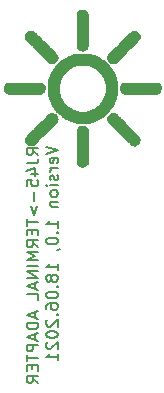
<source format=gbr>
%TF.GenerationSoftware,KiCad,Pcbnew,(5.1.9-0-10_14)*%
%TF.CreationDate,2021-06-18T10:34:29+02:00*%
%TF.ProjectId,RJ45-Terminalblock-Adapter,524a3435-2d54-4657-926d-696e616c626c,rev?*%
%TF.SameCoordinates,Original*%
%TF.FileFunction,Legend,Bot*%
%TF.FilePolarity,Positive*%
%FSLAX46Y46*%
G04 Gerber Fmt 4.6, Leading zero omitted, Abs format (unit mm)*
G04 Created by KiCad (PCBNEW (5.1.9-0-10_14)) date 2021-06-18 10:34:29*
%MOMM*%
%LPD*%
G01*
G04 APERTURE LIST*
%ADD10C,0.150000*%
%ADD11C,0.010000*%
G04 APERTURE END LIST*
D10*
X78176880Y-28529523D02*
X77700690Y-28196190D01*
X78176880Y-27958095D02*
X77176880Y-27958095D01*
X77176880Y-28339047D01*
X77224500Y-28434285D01*
X77272119Y-28481904D01*
X77367357Y-28529523D01*
X77510214Y-28529523D01*
X77605452Y-28481904D01*
X77653071Y-28434285D01*
X77700690Y-28339047D01*
X77700690Y-27958095D01*
X77176880Y-29243809D02*
X77891166Y-29243809D01*
X78034023Y-29196190D01*
X78129261Y-29100952D01*
X78176880Y-28958095D01*
X78176880Y-28862857D01*
X77510214Y-30148571D02*
X78176880Y-30148571D01*
X77129261Y-29910476D02*
X77843547Y-29672380D01*
X77843547Y-30291428D01*
X77176880Y-31148571D02*
X77176880Y-30672380D01*
X77653071Y-30624761D01*
X77605452Y-30672380D01*
X77557833Y-30767619D01*
X77557833Y-31005714D01*
X77605452Y-31100952D01*
X77653071Y-31148571D01*
X77748309Y-31196190D01*
X77986404Y-31196190D01*
X78081642Y-31148571D01*
X78129261Y-31100952D01*
X78176880Y-31005714D01*
X78176880Y-30767619D01*
X78129261Y-30672380D01*
X78081642Y-30624761D01*
X77795928Y-31624761D02*
X77795928Y-32386666D01*
X77510214Y-32862857D02*
X77795928Y-33624761D01*
X78081642Y-32862857D01*
X77176880Y-33958095D02*
X77176880Y-34529523D01*
X78176880Y-34243809D02*
X77176880Y-34243809D01*
X77653071Y-34862857D02*
X77653071Y-35196190D01*
X78176880Y-35339047D02*
X78176880Y-34862857D01*
X77176880Y-34862857D01*
X77176880Y-35339047D01*
X78176880Y-36339047D02*
X77700690Y-36005714D01*
X78176880Y-35767619D02*
X77176880Y-35767619D01*
X77176880Y-36148571D01*
X77224500Y-36243809D01*
X77272119Y-36291428D01*
X77367357Y-36339047D01*
X77510214Y-36339047D01*
X77605452Y-36291428D01*
X77653071Y-36243809D01*
X77700690Y-36148571D01*
X77700690Y-35767619D01*
X78176880Y-36767619D02*
X77176880Y-36767619D01*
X77891166Y-37100952D01*
X77176880Y-37434285D01*
X78176880Y-37434285D01*
X78176880Y-37910476D02*
X77176880Y-37910476D01*
X78176880Y-38386666D02*
X77176880Y-38386666D01*
X78176880Y-38958095D01*
X77176880Y-38958095D01*
X77891166Y-39386666D02*
X77891166Y-39862857D01*
X78176880Y-39291428D02*
X77176880Y-39624761D01*
X78176880Y-39958095D01*
X78176880Y-40767619D02*
X78176880Y-40291428D01*
X77176880Y-40291428D01*
X77891166Y-41815238D02*
X77891166Y-42291428D01*
X78176880Y-41719999D02*
X77176880Y-42053333D01*
X78176880Y-42386666D01*
X78176880Y-42719999D02*
X77176880Y-42719999D01*
X77176880Y-42958095D01*
X77224500Y-43100952D01*
X77319738Y-43196190D01*
X77414976Y-43243809D01*
X77605452Y-43291428D01*
X77748309Y-43291428D01*
X77938785Y-43243809D01*
X78034023Y-43196190D01*
X78129261Y-43100952D01*
X78176880Y-42958095D01*
X78176880Y-42719999D01*
X77891166Y-43672380D02*
X77891166Y-44148571D01*
X78176880Y-43577142D02*
X77176880Y-43910476D01*
X78176880Y-44243809D01*
X78176880Y-44577142D02*
X77176880Y-44577142D01*
X77176880Y-44958095D01*
X77224500Y-45053333D01*
X77272119Y-45100952D01*
X77367357Y-45148571D01*
X77510214Y-45148571D01*
X77605452Y-45100952D01*
X77653071Y-45053333D01*
X77700690Y-44958095D01*
X77700690Y-44577142D01*
X77176880Y-45434285D02*
X77176880Y-46005714D01*
X78176880Y-45719999D02*
X77176880Y-45719999D01*
X77653071Y-46339047D02*
X77653071Y-46672380D01*
X78176880Y-46815238D02*
X78176880Y-46339047D01*
X77176880Y-46339047D01*
X77176880Y-46815238D01*
X78176880Y-47815238D02*
X77700690Y-47481904D01*
X78176880Y-47243809D02*
X77176880Y-47243809D01*
X77176880Y-47624761D01*
X77224500Y-47719999D01*
X77272119Y-47767619D01*
X77367357Y-47815238D01*
X77510214Y-47815238D01*
X77605452Y-47767619D01*
X77653071Y-47719999D01*
X77700690Y-47624761D01*
X77700690Y-47243809D01*
X78826880Y-27815238D02*
X79826880Y-28148571D01*
X78826880Y-28481904D01*
X79779261Y-29196190D02*
X79826880Y-29100952D01*
X79826880Y-28910476D01*
X79779261Y-28815238D01*
X79684023Y-28767619D01*
X79303071Y-28767619D01*
X79207833Y-28815238D01*
X79160214Y-28910476D01*
X79160214Y-29100952D01*
X79207833Y-29196190D01*
X79303071Y-29243809D01*
X79398309Y-29243809D01*
X79493547Y-28767619D01*
X79826880Y-29672380D02*
X79160214Y-29672380D01*
X79350690Y-29672380D02*
X79255452Y-29720000D01*
X79207833Y-29767619D01*
X79160214Y-29862857D01*
X79160214Y-29958095D01*
X79779261Y-30243809D02*
X79826880Y-30339047D01*
X79826880Y-30529523D01*
X79779261Y-30624761D01*
X79684023Y-30672380D01*
X79636404Y-30672380D01*
X79541166Y-30624761D01*
X79493547Y-30529523D01*
X79493547Y-30386666D01*
X79445928Y-30291428D01*
X79350690Y-30243809D01*
X79303071Y-30243809D01*
X79207833Y-30291428D01*
X79160214Y-30386666D01*
X79160214Y-30529523D01*
X79207833Y-30624761D01*
X79826880Y-31100952D02*
X79160214Y-31100952D01*
X78826880Y-31100952D02*
X78874500Y-31053333D01*
X78922119Y-31100952D01*
X78874500Y-31148571D01*
X78826880Y-31100952D01*
X78922119Y-31100952D01*
X79826880Y-31720000D02*
X79779261Y-31624761D01*
X79731642Y-31577142D01*
X79636404Y-31529523D01*
X79350690Y-31529523D01*
X79255452Y-31577142D01*
X79207833Y-31624761D01*
X79160214Y-31720000D01*
X79160214Y-31862857D01*
X79207833Y-31958095D01*
X79255452Y-32005714D01*
X79350690Y-32053333D01*
X79636404Y-32053333D01*
X79731642Y-32005714D01*
X79779261Y-31958095D01*
X79826880Y-31862857D01*
X79826880Y-31720000D01*
X79160214Y-32481904D02*
X79826880Y-32481904D01*
X79255452Y-32481904D02*
X79207833Y-32529523D01*
X79160214Y-32624761D01*
X79160214Y-32767619D01*
X79207833Y-32862857D01*
X79303071Y-32910476D01*
X79826880Y-32910476D01*
X79826880Y-34672380D02*
X79826880Y-34100952D01*
X79826880Y-34386666D02*
X78826880Y-34386666D01*
X78969738Y-34291428D01*
X79064976Y-34196190D01*
X79112595Y-34100952D01*
X79731642Y-35100952D02*
X79779261Y-35148571D01*
X79826880Y-35100952D01*
X79779261Y-35053333D01*
X79731642Y-35100952D01*
X79826880Y-35100952D01*
X78826880Y-35767619D02*
X78826880Y-35862857D01*
X78874500Y-35958095D01*
X78922119Y-36005714D01*
X79017357Y-36053333D01*
X79207833Y-36100952D01*
X79445928Y-36100952D01*
X79636404Y-36053333D01*
X79731642Y-36005714D01*
X79779261Y-35958095D01*
X79826880Y-35862857D01*
X79826880Y-35767619D01*
X79779261Y-35672380D01*
X79731642Y-35624761D01*
X79636404Y-35577142D01*
X79445928Y-35529523D01*
X79207833Y-35529523D01*
X79017357Y-35577142D01*
X78922119Y-35624761D01*
X78874500Y-35672380D01*
X78826880Y-35767619D01*
X79779261Y-36577142D02*
X79826880Y-36577142D01*
X79922119Y-36529523D01*
X79969738Y-36481904D01*
X79826880Y-38291428D02*
X79826880Y-37720000D01*
X79826880Y-38005714D02*
X78826880Y-38005714D01*
X78969738Y-37910476D01*
X79064976Y-37815238D01*
X79112595Y-37720000D01*
X79255452Y-38862857D02*
X79207833Y-38767619D01*
X79160214Y-38720000D01*
X79064976Y-38672380D01*
X79017357Y-38672380D01*
X78922119Y-38720000D01*
X78874500Y-38767619D01*
X78826880Y-38862857D01*
X78826880Y-39053333D01*
X78874500Y-39148571D01*
X78922119Y-39196190D01*
X79017357Y-39243809D01*
X79064976Y-39243809D01*
X79160214Y-39196190D01*
X79207833Y-39148571D01*
X79255452Y-39053333D01*
X79255452Y-38862857D01*
X79303071Y-38767619D01*
X79350690Y-38720000D01*
X79445928Y-38672380D01*
X79636404Y-38672380D01*
X79731642Y-38720000D01*
X79779261Y-38767619D01*
X79826880Y-38862857D01*
X79826880Y-39053333D01*
X79779261Y-39148571D01*
X79731642Y-39196190D01*
X79636404Y-39243809D01*
X79445928Y-39243809D01*
X79350690Y-39196190D01*
X79303071Y-39148571D01*
X79255452Y-39053333D01*
X79731642Y-39672380D02*
X79779261Y-39720000D01*
X79826880Y-39672380D01*
X79779261Y-39624761D01*
X79731642Y-39672380D01*
X79826880Y-39672380D01*
X78826880Y-40339047D02*
X78826880Y-40434285D01*
X78874500Y-40529523D01*
X78922119Y-40577142D01*
X79017357Y-40624761D01*
X79207833Y-40672380D01*
X79445928Y-40672380D01*
X79636404Y-40624761D01*
X79731642Y-40577142D01*
X79779261Y-40529523D01*
X79826880Y-40434285D01*
X79826880Y-40339047D01*
X79779261Y-40243809D01*
X79731642Y-40196190D01*
X79636404Y-40148571D01*
X79445928Y-40100952D01*
X79207833Y-40100952D01*
X79017357Y-40148571D01*
X78922119Y-40196190D01*
X78874500Y-40243809D01*
X78826880Y-40339047D01*
X78826880Y-41529523D02*
X78826880Y-41339047D01*
X78874500Y-41243809D01*
X78922119Y-41196190D01*
X79064976Y-41100952D01*
X79255452Y-41053333D01*
X79636404Y-41053333D01*
X79731642Y-41100952D01*
X79779261Y-41148571D01*
X79826880Y-41243809D01*
X79826880Y-41434285D01*
X79779261Y-41529523D01*
X79731642Y-41577142D01*
X79636404Y-41624761D01*
X79398309Y-41624761D01*
X79303071Y-41577142D01*
X79255452Y-41529523D01*
X79207833Y-41434285D01*
X79207833Y-41243809D01*
X79255452Y-41148571D01*
X79303071Y-41100952D01*
X79398309Y-41053333D01*
X79731642Y-42053333D02*
X79779261Y-42100952D01*
X79826880Y-42053333D01*
X79779261Y-42005714D01*
X79731642Y-42053333D01*
X79826880Y-42053333D01*
X78922119Y-42481904D02*
X78874500Y-42529523D01*
X78826880Y-42624761D01*
X78826880Y-42862857D01*
X78874500Y-42958095D01*
X78922119Y-43005714D01*
X79017357Y-43053333D01*
X79112595Y-43053333D01*
X79255452Y-43005714D01*
X79826880Y-42434285D01*
X79826880Y-43053333D01*
X78826880Y-43672380D02*
X78826880Y-43767619D01*
X78874500Y-43862857D01*
X78922119Y-43910476D01*
X79017357Y-43958095D01*
X79207833Y-44005714D01*
X79445928Y-44005714D01*
X79636404Y-43958095D01*
X79731642Y-43910476D01*
X79779261Y-43862857D01*
X79826880Y-43767619D01*
X79826880Y-43672380D01*
X79779261Y-43577142D01*
X79731642Y-43529523D01*
X79636404Y-43481904D01*
X79445928Y-43434285D01*
X79207833Y-43434285D01*
X79017357Y-43481904D01*
X78922119Y-43529523D01*
X78874500Y-43577142D01*
X78826880Y-43672380D01*
X78922119Y-44386666D02*
X78874500Y-44434285D01*
X78826880Y-44529523D01*
X78826880Y-44767619D01*
X78874500Y-44862857D01*
X78922119Y-44910476D01*
X79017357Y-44958095D01*
X79112595Y-44958095D01*
X79255452Y-44910476D01*
X79826880Y-44339047D01*
X79826880Y-44958095D01*
X79826880Y-45910476D02*
X79826880Y-45339047D01*
X79826880Y-45624761D02*
X78826880Y-45624761D01*
X78969738Y-45529523D01*
X79064976Y-45434285D01*
X79112595Y-45339047D01*
D11*
%TO.C,G\u002A\u002A\u002A*%
G36*
X81922362Y-19697520D02*
G01*
X82005368Y-19673991D01*
X82123339Y-19631255D01*
X82203538Y-19584922D01*
X82263648Y-19520872D01*
X82321349Y-19424982D01*
X82324448Y-19419175D01*
X82394778Y-19286902D01*
X82394778Y-16613986D01*
X82320607Y-16471025D01*
X82268541Y-16387199D01*
X82215291Y-16327407D01*
X82186552Y-16309395D01*
X82132598Y-16285532D01*
X82112556Y-16269074D01*
X82075401Y-16251783D01*
X82000296Y-16238038D01*
X81905707Y-16229688D01*
X81810105Y-16228580D01*
X81752723Y-16233068D01*
X81690306Y-16248101D01*
X81661265Y-16268094D01*
X81661000Y-16269997D01*
X81637782Y-16297352D01*
X81605957Y-16311999D01*
X81555718Y-16346546D01*
X81501965Y-16409517D01*
X81492329Y-16424261D01*
X81479352Y-16446511D01*
X81468479Y-16470903D01*
X81459554Y-16502254D01*
X81452420Y-16545380D01*
X81446921Y-16605100D01*
X81442900Y-16686229D01*
X81440200Y-16793585D01*
X81438665Y-16931986D01*
X81438138Y-17106247D01*
X81438463Y-17321187D01*
X81439483Y-17581622D01*
X81441041Y-17892369D01*
X81441539Y-17986506D01*
X81449334Y-19453959D01*
X81553768Y-19555368D01*
X81630681Y-19617396D01*
X81700985Y-19652751D01*
X81724513Y-19656777D01*
X81790582Y-19669824D01*
X81823334Y-19689289D01*
X81858972Y-19704520D01*
X81922362Y-19697520D01*
G37*
X81922362Y-19697520D02*
X82005368Y-19673991D01*
X82123339Y-19631255D01*
X82203538Y-19584922D01*
X82263648Y-19520872D01*
X82321349Y-19424982D01*
X82324448Y-19419175D01*
X82394778Y-19286902D01*
X82394778Y-16613986D01*
X82320607Y-16471025D01*
X82268541Y-16387199D01*
X82215291Y-16327407D01*
X82186552Y-16309395D01*
X82132598Y-16285532D01*
X82112556Y-16269074D01*
X82075401Y-16251783D01*
X82000296Y-16238038D01*
X81905707Y-16229688D01*
X81810105Y-16228580D01*
X81752723Y-16233068D01*
X81690306Y-16248101D01*
X81661265Y-16268094D01*
X81661000Y-16269997D01*
X81637782Y-16297352D01*
X81605957Y-16311999D01*
X81555718Y-16346546D01*
X81501965Y-16409517D01*
X81492329Y-16424261D01*
X81479352Y-16446511D01*
X81468479Y-16470903D01*
X81459554Y-16502254D01*
X81452420Y-16545380D01*
X81446921Y-16605100D01*
X81442900Y-16686229D01*
X81440200Y-16793585D01*
X81438665Y-16931986D01*
X81438138Y-17106247D01*
X81438463Y-17321187D01*
X81439483Y-17581622D01*
X81441041Y-17892369D01*
X81441539Y-17986506D01*
X81449334Y-19453959D01*
X81553768Y-19555368D01*
X81630681Y-19617396D01*
X81700985Y-19652751D01*
X81724513Y-19656777D01*
X81790582Y-19669824D01*
X81823334Y-19689289D01*
X81858972Y-19704520D01*
X81922362Y-19697520D01*
G36*
X79400306Y-20753456D02*
G01*
X79465937Y-20742893D01*
X79487889Y-20729222D01*
X79510417Y-20703462D01*
X79525904Y-20701000D01*
X79593737Y-20675791D01*
X79664778Y-20608877D01*
X79728601Y-20513326D01*
X79774782Y-20402207D01*
X79780277Y-20382115D01*
X79792269Y-20243823D01*
X79754428Y-20112233D01*
X79664329Y-19980797D01*
X79610611Y-19924349D01*
X79537648Y-19850094D01*
X79483858Y-19789603D01*
X79459461Y-19754479D01*
X79458969Y-19752156D01*
X79438976Y-19723024D01*
X79386418Y-19667378D01*
X79311377Y-19595679D01*
X79285440Y-19572111D01*
X79190383Y-19485027D01*
X79099662Y-19399032D01*
X79031189Y-19331144D01*
X79025082Y-19324775D01*
X78959194Y-19256758D01*
X78872385Y-19168863D01*
X78788246Y-19084886D01*
X78698949Y-18996119D01*
X78611504Y-18908562D01*
X78548358Y-18844737D01*
X78401137Y-18695207D01*
X78286246Y-18580049D01*
X78197057Y-18492787D01*
X78126946Y-18426948D01*
X78069286Y-18376054D01*
X78065287Y-18372666D01*
X78005463Y-18317136D01*
X77969300Y-18273945D01*
X77964475Y-18262295D01*
X77941918Y-18221964D01*
X77886834Y-18167890D01*
X77816129Y-18113583D01*
X77746705Y-18072552D01*
X77710712Y-18059490D01*
X77634968Y-18037388D01*
X77590328Y-18018184D01*
X77517591Y-17992955D01*
X77474216Y-18013244D01*
X77472351Y-18016085D01*
X77436771Y-18036486D01*
X77369196Y-18054641D01*
X77357323Y-18056720D01*
X77241163Y-18102368D01*
X77142762Y-18191549D01*
X77071081Y-18312043D01*
X77035079Y-18451631D01*
X77032556Y-18499666D01*
X77052258Y-18642930D01*
X77115908Y-18766447D01*
X77201052Y-18858985D01*
X77313000Y-18962989D01*
X77404614Y-19052596D01*
X77495225Y-19147323D01*
X77597000Y-19258744D01*
X77671232Y-19338242D01*
X77732095Y-19398310D01*
X77769281Y-19428941D01*
X77774340Y-19430895D01*
X77805201Y-19449446D01*
X77856226Y-19494000D01*
X77910677Y-19548119D01*
X77951813Y-19595367D01*
X77963889Y-19617005D01*
X77982494Y-19644313D01*
X78029841Y-19697177D01*
X78093229Y-19762852D01*
X78159957Y-19828596D01*
X78217322Y-19881667D01*
X78252624Y-19909321D01*
X78256709Y-19910777D01*
X78288476Y-19929234D01*
X78339949Y-19973536D01*
X78394043Y-20027080D01*
X78433675Y-20073262D01*
X78443667Y-20092479D01*
X78462539Y-20121354D01*
X78511421Y-20176779D01*
X78578709Y-20247170D01*
X78652801Y-20320942D01*
X78722094Y-20386509D01*
X78774985Y-20432286D01*
X78798725Y-20447000D01*
X78829776Y-20466785D01*
X78878868Y-20514570D01*
X78930442Y-20572999D01*
X78968943Y-20624717D01*
X78979889Y-20649101D01*
X79003777Y-20672012D01*
X79050445Y-20689410D01*
X79103277Y-20711200D01*
X79121000Y-20732281D01*
X79146741Y-20745095D01*
X79214090Y-20754158D01*
X79304445Y-20757444D01*
X79400306Y-20753456D01*
G37*
X79400306Y-20753456D02*
X79465937Y-20742893D01*
X79487889Y-20729222D01*
X79510417Y-20703462D01*
X79525904Y-20701000D01*
X79593737Y-20675791D01*
X79664778Y-20608877D01*
X79728601Y-20513326D01*
X79774782Y-20402207D01*
X79780277Y-20382115D01*
X79792269Y-20243823D01*
X79754428Y-20112233D01*
X79664329Y-19980797D01*
X79610611Y-19924349D01*
X79537648Y-19850094D01*
X79483858Y-19789603D01*
X79459461Y-19754479D01*
X79458969Y-19752156D01*
X79438976Y-19723024D01*
X79386418Y-19667378D01*
X79311377Y-19595679D01*
X79285440Y-19572111D01*
X79190383Y-19485027D01*
X79099662Y-19399032D01*
X79031189Y-19331144D01*
X79025082Y-19324775D01*
X78959194Y-19256758D01*
X78872385Y-19168863D01*
X78788246Y-19084886D01*
X78698949Y-18996119D01*
X78611504Y-18908562D01*
X78548358Y-18844737D01*
X78401137Y-18695207D01*
X78286246Y-18580049D01*
X78197057Y-18492787D01*
X78126946Y-18426948D01*
X78069286Y-18376054D01*
X78065287Y-18372666D01*
X78005463Y-18317136D01*
X77969300Y-18273945D01*
X77964475Y-18262295D01*
X77941918Y-18221964D01*
X77886834Y-18167890D01*
X77816129Y-18113583D01*
X77746705Y-18072552D01*
X77710712Y-18059490D01*
X77634968Y-18037388D01*
X77590328Y-18018184D01*
X77517591Y-17992955D01*
X77474216Y-18013244D01*
X77472351Y-18016085D01*
X77436771Y-18036486D01*
X77369196Y-18054641D01*
X77357323Y-18056720D01*
X77241163Y-18102368D01*
X77142762Y-18191549D01*
X77071081Y-18312043D01*
X77035079Y-18451631D01*
X77032556Y-18499666D01*
X77052258Y-18642930D01*
X77115908Y-18766447D01*
X77201052Y-18858985D01*
X77313000Y-18962989D01*
X77404614Y-19052596D01*
X77495225Y-19147323D01*
X77597000Y-19258744D01*
X77671232Y-19338242D01*
X77732095Y-19398310D01*
X77769281Y-19428941D01*
X77774340Y-19430895D01*
X77805201Y-19449446D01*
X77856226Y-19494000D01*
X77910677Y-19548119D01*
X77951813Y-19595367D01*
X77963889Y-19617005D01*
X77982494Y-19644313D01*
X78029841Y-19697177D01*
X78093229Y-19762852D01*
X78159957Y-19828596D01*
X78217322Y-19881667D01*
X78252624Y-19909321D01*
X78256709Y-19910777D01*
X78288476Y-19929234D01*
X78339949Y-19973536D01*
X78394043Y-20027080D01*
X78433675Y-20073262D01*
X78443667Y-20092479D01*
X78462539Y-20121354D01*
X78511421Y-20176779D01*
X78578709Y-20247170D01*
X78652801Y-20320942D01*
X78722094Y-20386509D01*
X78774985Y-20432286D01*
X78798725Y-20447000D01*
X78829776Y-20466785D01*
X78878868Y-20514570D01*
X78930442Y-20572999D01*
X78968943Y-20624717D01*
X78979889Y-20649101D01*
X79003777Y-20672012D01*
X79050445Y-20689410D01*
X79103277Y-20711200D01*
X79121000Y-20732281D01*
X79146741Y-20745095D01*
X79214090Y-20754158D01*
X79304445Y-20757444D01*
X79400306Y-20753456D01*
G36*
X84564972Y-20753456D02*
G01*
X84630604Y-20742893D01*
X84652556Y-20729222D01*
X84675974Y-20705639D01*
X84704325Y-20701000D01*
X84749601Y-20681591D01*
X84816653Y-20630944D01*
X84884075Y-20566944D01*
X84979121Y-20469751D01*
X85086241Y-20363616D01*
X85149807Y-20302384D01*
X85249418Y-20205685D01*
X85357346Y-20097458D01*
X85418542Y-20034273D01*
X85511456Y-19939011D01*
X85619405Y-19831700D01*
X85700764Y-19753035D01*
X85791342Y-19665370D01*
X85879350Y-19577496D01*
X85941288Y-19513146D01*
X86008715Y-19442964D01*
X86097217Y-19354104D01*
X86181177Y-19272062D01*
X86315002Y-19140806D01*
X86440376Y-19013093D01*
X86550049Y-18896712D01*
X86636770Y-18799448D01*
X86693290Y-18729087D01*
X86708118Y-18706133D01*
X86731023Y-18627155D01*
X86739796Y-18519415D01*
X86734583Y-18407875D01*
X86715529Y-18317494D01*
X86705723Y-18295664D01*
X86629531Y-18191630D01*
X86536802Y-18108599D01*
X86444568Y-18061335D01*
X86431800Y-18058237D01*
X86366144Y-18038844D01*
X86329668Y-18016469D01*
X86329525Y-18016243D01*
X86286096Y-17993259D01*
X86220672Y-18010569D01*
X86204778Y-18019888D01*
X86140931Y-18043400D01*
X86104294Y-18047679D01*
X86064051Y-18066695D01*
X85992273Y-18118705D01*
X85897183Y-18196633D01*
X85787000Y-18293404D01*
X85669945Y-18401943D01*
X85554241Y-18515175D01*
X85517226Y-18552913D01*
X85488974Y-18581451D01*
X85431118Y-18639534D01*
X85353991Y-18716821D01*
X85267926Y-18802970D01*
X85183257Y-18887642D01*
X85110318Y-18960494D01*
X85059442Y-19011186D01*
X85044817Y-19025669D01*
X85015580Y-19054889D01*
X84956127Y-19114624D01*
X84875974Y-19195305D01*
X84810122Y-19261666D01*
X84720149Y-19352143D01*
X84643157Y-19429137D01*
X84588976Y-19482844D01*
X84569643Y-19501555D01*
X84511112Y-19558571D01*
X84430747Y-19640631D01*
X84338644Y-19736974D01*
X84244900Y-19836837D01*
X84159610Y-19929459D01*
X84092870Y-20004076D01*
X84054778Y-20049928D01*
X84053370Y-20051888D01*
X84018570Y-20138060D01*
X84003446Y-20254242D01*
X84008058Y-20377521D01*
X84032467Y-20484981D01*
X84052106Y-20525604D01*
X84120517Y-20615593D01*
X84190165Y-20677935D01*
X84247652Y-20701000D01*
X84282350Y-20717724D01*
X84285667Y-20729222D01*
X84311586Y-20743970D01*
X84380247Y-20754067D01*
X84469112Y-20757444D01*
X84564972Y-20753456D01*
G37*
X84564972Y-20753456D02*
X84630604Y-20742893D01*
X84652556Y-20729222D01*
X84675974Y-20705639D01*
X84704325Y-20701000D01*
X84749601Y-20681591D01*
X84816653Y-20630944D01*
X84884075Y-20566944D01*
X84979121Y-20469751D01*
X85086241Y-20363616D01*
X85149807Y-20302384D01*
X85249418Y-20205685D01*
X85357346Y-20097458D01*
X85418542Y-20034273D01*
X85511456Y-19939011D01*
X85619405Y-19831700D01*
X85700764Y-19753035D01*
X85791342Y-19665370D01*
X85879350Y-19577496D01*
X85941288Y-19513146D01*
X86008715Y-19442964D01*
X86097217Y-19354104D01*
X86181177Y-19272062D01*
X86315002Y-19140806D01*
X86440376Y-19013093D01*
X86550049Y-18896712D01*
X86636770Y-18799448D01*
X86693290Y-18729087D01*
X86708118Y-18706133D01*
X86731023Y-18627155D01*
X86739796Y-18519415D01*
X86734583Y-18407875D01*
X86715529Y-18317494D01*
X86705723Y-18295664D01*
X86629531Y-18191630D01*
X86536802Y-18108599D01*
X86444568Y-18061335D01*
X86431800Y-18058237D01*
X86366144Y-18038844D01*
X86329668Y-18016469D01*
X86329525Y-18016243D01*
X86286096Y-17993259D01*
X86220672Y-18010569D01*
X86204778Y-18019888D01*
X86140931Y-18043400D01*
X86104294Y-18047679D01*
X86064051Y-18066695D01*
X85992273Y-18118705D01*
X85897183Y-18196633D01*
X85787000Y-18293404D01*
X85669945Y-18401943D01*
X85554241Y-18515175D01*
X85517226Y-18552913D01*
X85488974Y-18581451D01*
X85431118Y-18639534D01*
X85353991Y-18716821D01*
X85267926Y-18802970D01*
X85183257Y-18887642D01*
X85110318Y-18960494D01*
X85059442Y-19011186D01*
X85044817Y-19025669D01*
X85015580Y-19054889D01*
X84956127Y-19114624D01*
X84875974Y-19195305D01*
X84810122Y-19261666D01*
X84720149Y-19352143D01*
X84643157Y-19429137D01*
X84588976Y-19482844D01*
X84569643Y-19501555D01*
X84511112Y-19558571D01*
X84430747Y-19640631D01*
X84338644Y-19736974D01*
X84244900Y-19836837D01*
X84159610Y-19929459D01*
X84092870Y-20004076D01*
X84054778Y-20049928D01*
X84053370Y-20051888D01*
X84018570Y-20138060D01*
X84003446Y-20254242D01*
X84008058Y-20377521D01*
X84032467Y-20484981D01*
X84052106Y-20525604D01*
X84120517Y-20615593D01*
X84190165Y-20677935D01*
X84247652Y-20701000D01*
X84282350Y-20717724D01*
X84285667Y-20729222D01*
X84311586Y-20743970D01*
X84380247Y-20754067D01*
X84469112Y-20757444D01*
X84564972Y-20753456D01*
G36*
X82074020Y-25826290D02*
G01*
X82266706Y-25809762D01*
X82440541Y-25783983D01*
X82581820Y-25750020D01*
X82655451Y-25721221D01*
X82723721Y-25699420D01*
X82754229Y-25696159D01*
X82815094Y-25683318D01*
X82879710Y-25656486D01*
X82966491Y-25620202D01*
X83041988Y-25597973D01*
X83102022Y-25578112D01*
X83128493Y-25556143D01*
X83128556Y-25555222D01*
X83152866Y-25533277D01*
X83211515Y-25513268D01*
X83213223Y-25512888D01*
X83272472Y-25492410D01*
X83297873Y-25468821D01*
X83297889Y-25468313D01*
X83319976Y-25443766D01*
X83330696Y-25442333D01*
X83368879Y-25427985D01*
X83438778Y-25390846D01*
X83525374Y-25339776D01*
X83613647Y-25283635D01*
X83688577Y-25231280D01*
X83688805Y-25231108D01*
X83749067Y-25180429D01*
X83819799Y-25113415D01*
X83888852Y-25042663D01*
X83944078Y-24980765D01*
X83973328Y-24940318D01*
X83975223Y-24934169D01*
X83997220Y-24907608D01*
X84007649Y-24906111D01*
X84049131Y-24884477D01*
X84111697Y-24827548D01*
X84185565Y-24747286D01*
X84260948Y-24655649D01*
X84328061Y-24564598D01*
X84377121Y-24486094D01*
X84398341Y-24432095D01*
X84398556Y-24428304D01*
X84417308Y-24399307D01*
X84424536Y-24398111D01*
X84448060Y-24373781D01*
X84468745Y-24315090D01*
X84469112Y-24313444D01*
X84488936Y-24254215D01*
X84510962Y-24228794D01*
X84511445Y-24228777D01*
X84532839Y-24204335D01*
X84553336Y-24144721D01*
X84555081Y-24137055D01*
X84573790Y-24070224D01*
X84592260Y-24032214D01*
X84593381Y-24031222D01*
X84613993Y-23998712D01*
X84645598Y-23932032D01*
X84663288Y-23890111D01*
X84699022Y-23804479D01*
X84729621Y-23735295D01*
X84738821Y-23716184D01*
X84755711Y-23662184D01*
X84772493Y-23575705D01*
X84780371Y-23518629D01*
X84795533Y-23421383D01*
X84814821Y-23340013D01*
X84825563Y-23310497D01*
X84835504Y-23259134D01*
X84841249Y-23163515D01*
X84843098Y-23035649D01*
X84841351Y-22887546D01*
X84836310Y-22731216D01*
X84828276Y-22578666D01*
X84817549Y-22441908D01*
X84804431Y-22332949D01*
X84800484Y-22309666D01*
X84775187Y-22192798D01*
X84742741Y-22070069D01*
X84707818Y-21956611D01*
X84675088Y-21867558D01*
X84649222Y-21818044D01*
X84648477Y-21817189D01*
X84627388Y-21767623D01*
X84624334Y-21739577D01*
X84612370Y-21696859D01*
X84598354Y-21688777D01*
X84574830Y-21664448D01*
X84554145Y-21605757D01*
X84553778Y-21604111D01*
X84533299Y-21544861D01*
X84509711Y-21519460D01*
X84509202Y-21519444D01*
X84484558Y-21497424D01*
X84483223Y-21487257D01*
X84471104Y-21440733D01*
X84441104Y-21371526D01*
X84402759Y-21297795D01*
X84365603Y-21237699D01*
X84339174Y-21209397D01*
X84337109Y-21209000D01*
X84315955Y-21186351D01*
X84313889Y-21170539D01*
X84295353Y-21134155D01*
X84245776Y-21069413D01*
X84174203Y-20987688D01*
X84137500Y-20948685D01*
X84052767Y-20859853D01*
X83978725Y-20780914D01*
X83927389Y-20724725D01*
X83916307Y-20711979D01*
X83783748Y-20586220D01*
X83610471Y-20471528D01*
X83584735Y-20457507D01*
X83496989Y-20406993D01*
X83422220Y-20357441D01*
X83397139Y-20337688D01*
X83358887Y-20309174D01*
X83299162Y-20274204D01*
X83210319Y-20228875D01*
X83084711Y-20169284D01*
X82916889Y-20092523D01*
X82830362Y-20061778D01*
X82730797Y-20037294D01*
X82719334Y-20035254D01*
X82637243Y-20015675D01*
X82576096Y-19991044D01*
X82567660Y-19985398D01*
X82529750Y-19976558D01*
X82445693Y-19968375D01*
X82325785Y-19961089D01*
X82180322Y-19954939D01*
X82019600Y-19950165D01*
X81853914Y-19947007D01*
X81693562Y-19945703D01*
X81548838Y-19946494D01*
X81430038Y-19949619D01*
X81347460Y-19955317D01*
X81336445Y-19956750D01*
X81254424Y-19973799D01*
X81195334Y-19992370D01*
X81141901Y-20011900D01*
X81052462Y-20042273D01*
X80944868Y-20077447D01*
X80927223Y-20083097D01*
X80825734Y-20116637D01*
X80746816Y-20144859D01*
X80704522Y-20162677D01*
X80701445Y-20164777D01*
X80670050Y-20184536D01*
X80605074Y-20219723D01*
X80555861Y-20244940D01*
X80467047Y-20294377D01*
X80391368Y-20344618D01*
X80366541Y-20364885D01*
X80310426Y-20404967D01*
X80269415Y-20418777D01*
X80211035Y-20439480D01*
X80125371Y-20496335D01*
X80020454Y-20581460D01*
X79904314Y-20686975D01*
X79784982Y-20804998D01*
X79670489Y-20927650D01*
X79568864Y-21047047D01*
X79488139Y-21155311D01*
X79443788Y-21229032D01*
X79398206Y-21315443D01*
X79360883Y-21380031D01*
X79341260Y-21407270D01*
X79314483Y-21444037D01*
X79272909Y-21519051D01*
X79223125Y-21618322D01*
X79171715Y-21727859D01*
X79125265Y-21833671D01*
X79090362Y-21921769D01*
X79074220Y-21974573D01*
X79055232Y-22043431D01*
X79033716Y-22084064D01*
X79031703Y-22085673D01*
X79020393Y-22118226D01*
X79006380Y-22196090D01*
X78991296Y-22308299D01*
X78976773Y-22443886D01*
X78974052Y-22473146D01*
X78956324Y-22800828D01*
X78958105Y-22894132D01*
X79883912Y-22894132D01*
X79886116Y-22819749D01*
X79897663Y-22763459D01*
X79907534Y-22749390D01*
X79920452Y-22716264D01*
X79934378Y-22640352D01*
X79947080Y-22535216D01*
X79951986Y-22479613D01*
X79963417Y-22367680D01*
X79977378Y-22280821D01*
X79991600Y-22231587D01*
X79998008Y-22225000D01*
X80020749Y-22201628D01*
X80025336Y-22175611D01*
X80040244Y-22122611D01*
X80076402Y-22046721D01*
X80095699Y-22013333D01*
X80141725Y-21936112D01*
X80176558Y-21874018D01*
X80184618Y-21858111D01*
X80220809Y-21799990D01*
X80234199Y-21783958D01*
X80272159Y-21736591D01*
X80306334Y-21687843D01*
X80358413Y-21620507D01*
X80398056Y-21579335D01*
X80436808Y-21535493D01*
X80447445Y-21511156D01*
X80466483Y-21472377D01*
X80507272Y-21428986D01*
X80545321Y-21406665D01*
X80547188Y-21406555D01*
X80579691Y-21390169D01*
X80634231Y-21350023D01*
X80642734Y-21343055D01*
X80722962Y-21279269D01*
X80798102Y-21223111D01*
X80861977Y-21175484D01*
X80907988Y-21137866D01*
X80909183Y-21136765D01*
X80957695Y-21102942D01*
X81029723Y-21063402D01*
X81102856Y-21029337D01*
X81154678Y-21011941D01*
X81160127Y-21011444D01*
X81201968Y-21000427D01*
X81268350Y-20973565D01*
X81275735Y-20970180D01*
X81359090Y-20942574D01*
X81464346Y-20921609D01*
X81505778Y-20916797D01*
X81600610Y-20911977D01*
X81724602Y-20910394D01*
X81866662Y-20911636D01*
X82015703Y-20915295D01*
X82160634Y-20920959D01*
X82290366Y-20928219D01*
X82393809Y-20936664D01*
X82459873Y-20945884D01*
X82478063Y-20952764D01*
X82513744Y-20973977D01*
X82582117Y-20994336D01*
X82599454Y-20997883D01*
X82667244Y-21015752D01*
X82703383Y-21035315D01*
X82705223Y-21039748D01*
X82729254Y-21061698D01*
X82782551Y-21081178D01*
X82843928Y-21101873D01*
X82874273Y-21120613D01*
X82902086Y-21146097D01*
X82963229Y-21196065D01*
X83045976Y-21261002D01*
X83071527Y-21280653D01*
X83217404Y-21396316D01*
X83329920Y-21493871D01*
X83404804Y-21569309D01*
X83437789Y-21618622D01*
X83439000Y-21625777D01*
X83455367Y-21662340D01*
X83460167Y-21665259D01*
X83491251Y-21696601D01*
X83539447Y-21763623D01*
X83595869Y-21851904D01*
X83651629Y-21947024D01*
X83697842Y-22034562D01*
X83722536Y-22091004D01*
X83751193Y-22157733D01*
X83775728Y-22194368D01*
X83780856Y-22196777D01*
X83797253Y-22221748D01*
X83814870Y-22284593D01*
X83820976Y-22316722D01*
X83840253Y-22395331D01*
X83864489Y-22448314D01*
X83872779Y-22456762D01*
X83886139Y-22492003D01*
X83895900Y-22570304D01*
X83902131Y-22679357D01*
X83904900Y-22806854D01*
X83904278Y-22940489D01*
X83900334Y-23067954D01*
X83893136Y-23176942D01*
X83882756Y-23255145D01*
X83869261Y-23290257D01*
X83868075Y-23290827D01*
X83840779Y-23324602D01*
X83833938Y-23363296D01*
X83820813Y-23432281D01*
X83791604Y-23505281D01*
X83761821Y-23573883D01*
X83749445Y-23625226D01*
X83734394Y-23660682D01*
X83723465Y-23664333D01*
X83699941Y-23688663D01*
X83679256Y-23747353D01*
X83678889Y-23749000D01*
X83658410Y-23808249D01*
X83634822Y-23833650D01*
X83634314Y-23833666D01*
X83609039Y-23855176D01*
X83608334Y-23861644D01*
X83592344Y-23897806D01*
X83551038Y-23962082D01*
X83509556Y-24019028D01*
X83455529Y-24096394D01*
X83419650Y-24160390D01*
X83410778Y-24188606D01*
X83396034Y-24224772D01*
X83384727Y-24228777D01*
X83350195Y-24247151D01*
X83295041Y-24293172D01*
X83274009Y-24313444D01*
X83216028Y-24365937D01*
X83172591Y-24395628D01*
X83164032Y-24398111D01*
X83128973Y-24415436D01*
X83071441Y-24458864D01*
X83048707Y-24478476D01*
X82960921Y-24546315D01*
X82864634Y-24606489D01*
X82853124Y-24612532D01*
X82784105Y-24649934D01*
X82739486Y-24678379D01*
X82733445Y-24683843D01*
X82698596Y-24701396D01*
X82633074Y-24720153D01*
X82627612Y-24721363D01*
X82565421Y-24741522D01*
X82536206Y-24764120D01*
X82535889Y-24766270D01*
X82510581Y-24783845D01*
X82445824Y-24801495D01*
X82394145Y-24810081D01*
X82309973Y-24825354D01*
X82251654Y-24843575D01*
X82237257Y-24853386D01*
X82204164Y-24863597D01*
X82128341Y-24870995D01*
X82023431Y-24875581D01*
X81903077Y-24877355D01*
X81780924Y-24876318D01*
X81670616Y-24872469D01*
X81585795Y-24865810D01*
X81540105Y-24856340D01*
X81536291Y-24853373D01*
X81500925Y-24833482D01*
X81432332Y-24815004D01*
X81413023Y-24811570D01*
X81312445Y-24788053D01*
X81200481Y-24746046D01*
X81069089Y-24681562D01*
X80910229Y-24590613D01*
X80715860Y-24469211D01*
X80693096Y-24454555D01*
X80588163Y-24382339D01*
X80503409Y-24315474D01*
X80449718Y-24262989D01*
X80436916Y-24242066D01*
X80408856Y-24186096D01*
X80357206Y-24114267D01*
X80335583Y-24088816D01*
X80284204Y-24027446D01*
X80253615Y-23983524D01*
X80249889Y-23973815D01*
X80232614Y-23941989D01*
X80190605Y-23890249D01*
X80186389Y-23885614D01*
X80130647Y-23811057D01*
X80077925Y-23718445D01*
X80038869Y-23628838D01*
X80024112Y-23564598D01*
X80009713Y-23527642D01*
X79998008Y-23523222D01*
X79984492Y-23497135D01*
X79970119Y-23427240D01*
X79957158Y-23326089D01*
X79951986Y-23268608D01*
X79940632Y-23154429D01*
X79927002Y-23063104D01*
X79913332Y-23008197D01*
X79907534Y-22998831D01*
X79891051Y-22962022D01*
X79883912Y-22894132D01*
X78958105Y-22894132D01*
X78962348Y-23116401D01*
X78991112Y-23409842D01*
X79041602Y-23671130D01*
X79112806Y-23890244D01*
X79118746Y-23904222D01*
X79193540Y-24069159D01*
X79267044Y-24217127D01*
X79334548Y-24339677D01*
X79391345Y-24428360D01*
X79432728Y-24474727D01*
X79438500Y-24478074D01*
X79457484Y-24510536D01*
X79459667Y-24530457D01*
X79477146Y-24577431D01*
X79521838Y-24649488D01*
X79582128Y-24730744D01*
X79646400Y-24805315D01*
X79693101Y-24849666D01*
X79734902Y-24886798D01*
X79805647Y-24952818D01*
X79894005Y-25037068D01*
X79955571Y-25096611D01*
X80046797Y-25181820D01*
X80126314Y-25249656D01*
X80183813Y-25291680D01*
X80205558Y-25301222D01*
X80247519Y-25316263D01*
X80254593Y-25326265D01*
X80283860Y-25351621D01*
X80351546Y-25393123D01*
X80444443Y-25444095D01*
X80549346Y-25497859D01*
X80653049Y-25547738D01*
X80742344Y-25587055D01*
X80804027Y-25609134D01*
X80819073Y-25611666D01*
X80862307Y-25623673D01*
X80870778Y-25638159D01*
X80895905Y-25657700D01*
X80959507Y-25676721D01*
X80997778Y-25683697D01*
X81073360Y-25699367D01*
X81118829Y-25717160D01*
X81124778Y-25724672D01*
X81149379Y-25743498D01*
X81209325Y-25760002D01*
X81216500Y-25761212D01*
X81290320Y-25772991D01*
X81397288Y-25790084D01*
X81514818Y-25808881D01*
X81519889Y-25809692D01*
X81686908Y-25827323D01*
X81876186Y-25832500D01*
X82074020Y-25826290D01*
G37*
X82074020Y-25826290D02*
X82266706Y-25809762D01*
X82440541Y-25783983D01*
X82581820Y-25750020D01*
X82655451Y-25721221D01*
X82723721Y-25699420D01*
X82754229Y-25696159D01*
X82815094Y-25683318D01*
X82879710Y-25656486D01*
X82966491Y-25620202D01*
X83041988Y-25597973D01*
X83102022Y-25578112D01*
X83128493Y-25556143D01*
X83128556Y-25555222D01*
X83152866Y-25533277D01*
X83211515Y-25513268D01*
X83213223Y-25512888D01*
X83272472Y-25492410D01*
X83297873Y-25468821D01*
X83297889Y-25468313D01*
X83319976Y-25443766D01*
X83330696Y-25442333D01*
X83368879Y-25427985D01*
X83438778Y-25390846D01*
X83525374Y-25339776D01*
X83613647Y-25283635D01*
X83688577Y-25231280D01*
X83688805Y-25231108D01*
X83749067Y-25180429D01*
X83819799Y-25113415D01*
X83888852Y-25042663D01*
X83944078Y-24980765D01*
X83973328Y-24940318D01*
X83975223Y-24934169D01*
X83997220Y-24907608D01*
X84007649Y-24906111D01*
X84049131Y-24884477D01*
X84111697Y-24827548D01*
X84185565Y-24747286D01*
X84260948Y-24655649D01*
X84328061Y-24564598D01*
X84377121Y-24486094D01*
X84398341Y-24432095D01*
X84398556Y-24428304D01*
X84417308Y-24399307D01*
X84424536Y-24398111D01*
X84448060Y-24373781D01*
X84468745Y-24315090D01*
X84469112Y-24313444D01*
X84488936Y-24254215D01*
X84510962Y-24228794D01*
X84511445Y-24228777D01*
X84532839Y-24204335D01*
X84553336Y-24144721D01*
X84555081Y-24137055D01*
X84573790Y-24070224D01*
X84592260Y-24032214D01*
X84593381Y-24031222D01*
X84613993Y-23998712D01*
X84645598Y-23932032D01*
X84663288Y-23890111D01*
X84699022Y-23804479D01*
X84729621Y-23735295D01*
X84738821Y-23716184D01*
X84755711Y-23662184D01*
X84772493Y-23575705D01*
X84780371Y-23518629D01*
X84795533Y-23421383D01*
X84814821Y-23340013D01*
X84825563Y-23310497D01*
X84835504Y-23259134D01*
X84841249Y-23163515D01*
X84843098Y-23035649D01*
X84841351Y-22887546D01*
X84836310Y-22731216D01*
X84828276Y-22578666D01*
X84817549Y-22441908D01*
X84804431Y-22332949D01*
X84800484Y-22309666D01*
X84775187Y-22192798D01*
X84742741Y-22070069D01*
X84707818Y-21956611D01*
X84675088Y-21867558D01*
X84649222Y-21818044D01*
X84648477Y-21817189D01*
X84627388Y-21767623D01*
X84624334Y-21739577D01*
X84612370Y-21696859D01*
X84598354Y-21688777D01*
X84574830Y-21664448D01*
X84554145Y-21605757D01*
X84553778Y-21604111D01*
X84533299Y-21544861D01*
X84509711Y-21519460D01*
X84509202Y-21519444D01*
X84484558Y-21497424D01*
X84483223Y-21487257D01*
X84471104Y-21440733D01*
X84441104Y-21371526D01*
X84402759Y-21297795D01*
X84365603Y-21237699D01*
X84339174Y-21209397D01*
X84337109Y-21209000D01*
X84315955Y-21186351D01*
X84313889Y-21170539D01*
X84295353Y-21134155D01*
X84245776Y-21069413D01*
X84174203Y-20987688D01*
X84137500Y-20948685D01*
X84052767Y-20859853D01*
X83978725Y-20780914D01*
X83927389Y-20724725D01*
X83916307Y-20711979D01*
X83783748Y-20586220D01*
X83610471Y-20471528D01*
X83584735Y-20457507D01*
X83496989Y-20406993D01*
X83422220Y-20357441D01*
X83397139Y-20337688D01*
X83358887Y-20309174D01*
X83299162Y-20274204D01*
X83210319Y-20228875D01*
X83084711Y-20169284D01*
X82916889Y-20092523D01*
X82830362Y-20061778D01*
X82730797Y-20037294D01*
X82719334Y-20035254D01*
X82637243Y-20015675D01*
X82576096Y-19991044D01*
X82567660Y-19985398D01*
X82529750Y-19976558D01*
X82445693Y-19968375D01*
X82325785Y-19961089D01*
X82180322Y-19954939D01*
X82019600Y-19950165D01*
X81853914Y-19947007D01*
X81693562Y-19945703D01*
X81548838Y-19946494D01*
X81430038Y-19949619D01*
X81347460Y-19955317D01*
X81336445Y-19956750D01*
X81254424Y-19973799D01*
X81195334Y-19992370D01*
X81141901Y-20011900D01*
X81052462Y-20042273D01*
X80944868Y-20077447D01*
X80927223Y-20083097D01*
X80825734Y-20116637D01*
X80746816Y-20144859D01*
X80704522Y-20162677D01*
X80701445Y-20164777D01*
X80670050Y-20184536D01*
X80605074Y-20219723D01*
X80555861Y-20244940D01*
X80467047Y-20294377D01*
X80391368Y-20344618D01*
X80366541Y-20364885D01*
X80310426Y-20404967D01*
X80269415Y-20418777D01*
X80211035Y-20439480D01*
X80125371Y-20496335D01*
X80020454Y-20581460D01*
X79904314Y-20686975D01*
X79784982Y-20804998D01*
X79670489Y-20927650D01*
X79568864Y-21047047D01*
X79488139Y-21155311D01*
X79443788Y-21229032D01*
X79398206Y-21315443D01*
X79360883Y-21380031D01*
X79341260Y-21407270D01*
X79314483Y-21444037D01*
X79272909Y-21519051D01*
X79223125Y-21618322D01*
X79171715Y-21727859D01*
X79125265Y-21833671D01*
X79090362Y-21921769D01*
X79074220Y-21974573D01*
X79055232Y-22043431D01*
X79033716Y-22084064D01*
X79031703Y-22085673D01*
X79020393Y-22118226D01*
X79006380Y-22196090D01*
X78991296Y-22308299D01*
X78976773Y-22443886D01*
X78974052Y-22473146D01*
X78956324Y-22800828D01*
X78958105Y-22894132D01*
X79883912Y-22894132D01*
X79886116Y-22819749D01*
X79897663Y-22763459D01*
X79907534Y-22749390D01*
X79920452Y-22716264D01*
X79934378Y-22640352D01*
X79947080Y-22535216D01*
X79951986Y-22479613D01*
X79963417Y-22367680D01*
X79977378Y-22280821D01*
X79991600Y-22231587D01*
X79998008Y-22225000D01*
X80020749Y-22201628D01*
X80025336Y-22175611D01*
X80040244Y-22122611D01*
X80076402Y-22046721D01*
X80095699Y-22013333D01*
X80141725Y-21936112D01*
X80176558Y-21874018D01*
X80184618Y-21858111D01*
X80220809Y-21799990D01*
X80234199Y-21783958D01*
X80272159Y-21736591D01*
X80306334Y-21687843D01*
X80358413Y-21620507D01*
X80398056Y-21579335D01*
X80436808Y-21535493D01*
X80447445Y-21511156D01*
X80466483Y-21472377D01*
X80507272Y-21428986D01*
X80545321Y-21406665D01*
X80547188Y-21406555D01*
X80579691Y-21390169D01*
X80634231Y-21350023D01*
X80642734Y-21343055D01*
X80722962Y-21279269D01*
X80798102Y-21223111D01*
X80861977Y-21175484D01*
X80907988Y-21137866D01*
X80909183Y-21136765D01*
X80957695Y-21102942D01*
X81029723Y-21063402D01*
X81102856Y-21029337D01*
X81154678Y-21011941D01*
X81160127Y-21011444D01*
X81201968Y-21000427D01*
X81268350Y-20973565D01*
X81275735Y-20970180D01*
X81359090Y-20942574D01*
X81464346Y-20921609D01*
X81505778Y-20916797D01*
X81600610Y-20911977D01*
X81724602Y-20910394D01*
X81866662Y-20911636D01*
X82015703Y-20915295D01*
X82160634Y-20920959D01*
X82290366Y-20928219D01*
X82393809Y-20936664D01*
X82459873Y-20945884D01*
X82478063Y-20952764D01*
X82513744Y-20973977D01*
X82582117Y-20994336D01*
X82599454Y-20997883D01*
X82667244Y-21015752D01*
X82703383Y-21035315D01*
X82705223Y-21039748D01*
X82729254Y-21061698D01*
X82782551Y-21081178D01*
X82843928Y-21101873D01*
X82874273Y-21120613D01*
X82902086Y-21146097D01*
X82963229Y-21196065D01*
X83045976Y-21261002D01*
X83071527Y-21280653D01*
X83217404Y-21396316D01*
X83329920Y-21493871D01*
X83404804Y-21569309D01*
X83437789Y-21618622D01*
X83439000Y-21625777D01*
X83455367Y-21662340D01*
X83460167Y-21665259D01*
X83491251Y-21696601D01*
X83539447Y-21763623D01*
X83595869Y-21851904D01*
X83651629Y-21947024D01*
X83697842Y-22034562D01*
X83722536Y-22091004D01*
X83751193Y-22157733D01*
X83775728Y-22194368D01*
X83780856Y-22196777D01*
X83797253Y-22221748D01*
X83814870Y-22284593D01*
X83820976Y-22316722D01*
X83840253Y-22395331D01*
X83864489Y-22448314D01*
X83872779Y-22456762D01*
X83886139Y-22492003D01*
X83895900Y-22570304D01*
X83902131Y-22679357D01*
X83904900Y-22806854D01*
X83904278Y-22940489D01*
X83900334Y-23067954D01*
X83893136Y-23176942D01*
X83882756Y-23255145D01*
X83869261Y-23290257D01*
X83868075Y-23290827D01*
X83840779Y-23324602D01*
X83833938Y-23363296D01*
X83820813Y-23432281D01*
X83791604Y-23505281D01*
X83761821Y-23573883D01*
X83749445Y-23625226D01*
X83734394Y-23660682D01*
X83723465Y-23664333D01*
X83699941Y-23688663D01*
X83679256Y-23747353D01*
X83678889Y-23749000D01*
X83658410Y-23808249D01*
X83634822Y-23833650D01*
X83634314Y-23833666D01*
X83609039Y-23855176D01*
X83608334Y-23861644D01*
X83592344Y-23897806D01*
X83551038Y-23962082D01*
X83509556Y-24019028D01*
X83455529Y-24096394D01*
X83419650Y-24160390D01*
X83410778Y-24188606D01*
X83396034Y-24224772D01*
X83384727Y-24228777D01*
X83350195Y-24247151D01*
X83295041Y-24293172D01*
X83274009Y-24313444D01*
X83216028Y-24365937D01*
X83172591Y-24395628D01*
X83164032Y-24398111D01*
X83128973Y-24415436D01*
X83071441Y-24458864D01*
X83048707Y-24478476D01*
X82960921Y-24546315D01*
X82864634Y-24606489D01*
X82853124Y-24612532D01*
X82784105Y-24649934D01*
X82739486Y-24678379D01*
X82733445Y-24683843D01*
X82698596Y-24701396D01*
X82633074Y-24720153D01*
X82627612Y-24721363D01*
X82565421Y-24741522D01*
X82536206Y-24764120D01*
X82535889Y-24766270D01*
X82510581Y-24783845D01*
X82445824Y-24801495D01*
X82394145Y-24810081D01*
X82309973Y-24825354D01*
X82251654Y-24843575D01*
X82237257Y-24853386D01*
X82204164Y-24863597D01*
X82128341Y-24870995D01*
X82023431Y-24875581D01*
X81903077Y-24877355D01*
X81780924Y-24876318D01*
X81670616Y-24872469D01*
X81585795Y-24865810D01*
X81540105Y-24856340D01*
X81536291Y-24853373D01*
X81500925Y-24833482D01*
X81432332Y-24815004D01*
X81413023Y-24811570D01*
X81312445Y-24788053D01*
X81200481Y-24746046D01*
X81069089Y-24681562D01*
X80910229Y-24590613D01*
X80715860Y-24469211D01*
X80693096Y-24454555D01*
X80588163Y-24382339D01*
X80503409Y-24315474D01*
X80449718Y-24262989D01*
X80436916Y-24242066D01*
X80408856Y-24186096D01*
X80357206Y-24114267D01*
X80335583Y-24088816D01*
X80284204Y-24027446D01*
X80253615Y-23983524D01*
X80249889Y-23973815D01*
X80232614Y-23941989D01*
X80190605Y-23890249D01*
X80186389Y-23885614D01*
X80130647Y-23811057D01*
X80077925Y-23718445D01*
X80038869Y-23628838D01*
X80024112Y-23564598D01*
X80009713Y-23527642D01*
X79998008Y-23523222D01*
X79984492Y-23497135D01*
X79970119Y-23427240D01*
X79957158Y-23326089D01*
X79951986Y-23268608D01*
X79940632Y-23154429D01*
X79927002Y-23063104D01*
X79913332Y-23008197D01*
X79907534Y-22998831D01*
X79891051Y-22962022D01*
X79883912Y-22894132D01*
X78958105Y-22894132D01*
X78962348Y-23116401D01*
X78991112Y-23409842D01*
X79041602Y-23671130D01*
X79112806Y-23890244D01*
X79118746Y-23904222D01*
X79193540Y-24069159D01*
X79267044Y-24217127D01*
X79334548Y-24339677D01*
X79391345Y-24428360D01*
X79432728Y-24474727D01*
X79438500Y-24478074D01*
X79457484Y-24510536D01*
X79459667Y-24530457D01*
X79477146Y-24577431D01*
X79521838Y-24649488D01*
X79582128Y-24730744D01*
X79646400Y-24805315D01*
X79693101Y-24849666D01*
X79734902Y-24886798D01*
X79805647Y-24952818D01*
X79894005Y-25037068D01*
X79955571Y-25096611D01*
X80046797Y-25181820D01*
X80126314Y-25249656D01*
X80183813Y-25291680D01*
X80205558Y-25301222D01*
X80247519Y-25316263D01*
X80254593Y-25326265D01*
X80283860Y-25351621D01*
X80351546Y-25393123D01*
X80444443Y-25444095D01*
X80549346Y-25497859D01*
X80653049Y-25547738D01*
X80742344Y-25587055D01*
X80804027Y-25609134D01*
X80819073Y-25611666D01*
X80862307Y-25623673D01*
X80870778Y-25638159D01*
X80895905Y-25657700D01*
X80959507Y-25676721D01*
X80997778Y-25683697D01*
X81073360Y-25699367D01*
X81118829Y-25717160D01*
X81124778Y-25724672D01*
X81149379Y-25743498D01*
X81209325Y-25760002D01*
X81216500Y-25761212D01*
X81290320Y-25772991D01*
X81397288Y-25790084D01*
X81514818Y-25808881D01*
X81519889Y-25809692D01*
X81686908Y-25827323D01*
X81876186Y-25832500D01*
X82074020Y-25826290D01*
G36*
X76966193Y-23353888D02*
G01*
X78368152Y-23353888D01*
X78490576Y-23282143D01*
X78561164Y-23233631D01*
X78605402Y-23189481D01*
X78613000Y-23171606D01*
X78632477Y-23129371D01*
X78644802Y-23122214D01*
X78666216Y-23089151D01*
X78683043Y-23016670D01*
X78693473Y-22921730D01*
X78695695Y-22821288D01*
X78687896Y-22732303D01*
X78686983Y-22727229D01*
X78652465Y-22636876D01*
X78578456Y-22541421D01*
X78480989Y-22450777D01*
X78463063Y-22441035D01*
X78431167Y-22432816D01*
X78380739Y-22425974D01*
X78307218Y-22420364D01*
X78206041Y-22415839D01*
X78072645Y-22412255D01*
X77902469Y-22409464D01*
X77690950Y-22407322D01*
X77433527Y-22405682D01*
X77125637Y-22404398D01*
X77019164Y-22404050D01*
X76740672Y-22403466D01*
X76478281Y-22403462D01*
X76237609Y-22404000D01*
X76024270Y-22405041D01*
X75843881Y-22406547D01*
X75702059Y-22408481D01*
X75604419Y-22410803D01*
X75556578Y-22413476D01*
X75553654Y-22414001D01*
X75518996Y-22424970D01*
X75486528Y-22442765D01*
X75442505Y-22477057D01*
X75373186Y-22537513D01*
X75354404Y-22554193D01*
X75306571Y-22604033D01*
X75279187Y-22659079D01*
X75264850Y-22739043D01*
X75259440Y-22807029D01*
X75255106Y-22943364D01*
X75265475Y-23040914D01*
X75294795Y-23116358D01*
X75347312Y-23186380D01*
X75359363Y-23199489D01*
X75391337Y-23233714D01*
X75420931Y-23262473D01*
X75453091Y-23286239D01*
X75492762Y-23305488D01*
X75544891Y-23320696D01*
X75614423Y-23332337D01*
X75706304Y-23340888D01*
X75825480Y-23346822D01*
X75976897Y-23350616D01*
X76165501Y-23352744D01*
X76396237Y-23353682D01*
X76674052Y-23353906D01*
X76966193Y-23353888D01*
G37*
X76966193Y-23353888D02*
X78368152Y-23353888D01*
X78490576Y-23282143D01*
X78561164Y-23233631D01*
X78605402Y-23189481D01*
X78613000Y-23171606D01*
X78632477Y-23129371D01*
X78644802Y-23122214D01*
X78666216Y-23089151D01*
X78683043Y-23016670D01*
X78693473Y-22921730D01*
X78695695Y-22821288D01*
X78687896Y-22732303D01*
X78686983Y-22727229D01*
X78652465Y-22636876D01*
X78578456Y-22541421D01*
X78480989Y-22450777D01*
X78463063Y-22441035D01*
X78431167Y-22432816D01*
X78380739Y-22425974D01*
X78307218Y-22420364D01*
X78206041Y-22415839D01*
X78072645Y-22412255D01*
X77902469Y-22409464D01*
X77690950Y-22407322D01*
X77433527Y-22405682D01*
X77125637Y-22404398D01*
X77019164Y-22404050D01*
X76740672Y-22403466D01*
X76478281Y-22403462D01*
X76237609Y-22404000D01*
X76024270Y-22405041D01*
X75843881Y-22406547D01*
X75702059Y-22408481D01*
X75604419Y-22410803D01*
X75556578Y-22413476D01*
X75553654Y-22414001D01*
X75518996Y-22424970D01*
X75486528Y-22442765D01*
X75442505Y-22477057D01*
X75373186Y-22537513D01*
X75354404Y-22554193D01*
X75306571Y-22604033D01*
X75279187Y-22659079D01*
X75264850Y-22739043D01*
X75259440Y-22807029D01*
X75255106Y-22943364D01*
X75265475Y-23040914D01*
X75294795Y-23116358D01*
X75347312Y-23186380D01*
X75359363Y-23199489D01*
X75391337Y-23233714D01*
X75420931Y-23262473D01*
X75453091Y-23286239D01*
X75492762Y-23305488D01*
X75544891Y-23320696D01*
X75614423Y-23332337D01*
X75706304Y-23340888D01*
X75825480Y-23346822D01*
X75976897Y-23350616D01*
X76165501Y-23352744D01*
X76396237Y-23353682D01*
X76674052Y-23353906D01*
X76966193Y-23353888D01*
G36*
X86975330Y-23356539D02*
G01*
X87224965Y-23354694D01*
X87463705Y-23351749D01*
X87684818Y-23347721D01*
X87881570Y-23342626D01*
X88047229Y-23336478D01*
X88175062Y-23329295D01*
X88258337Y-23321092D01*
X88287569Y-23314245D01*
X88393540Y-23242919D01*
X88462434Y-23152614D01*
X88501090Y-23030974D01*
X88514790Y-22903730D01*
X88513286Y-22744686D01*
X88486534Y-22625196D01*
X88429796Y-22532226D01*
X88355221Y-22464888D01*
X88336226Y-22452134D01*
X88313345Y-22441435D01*
X88281716Y-22432590D01*
X88236477Y-22425398D01*
X88172766Y-22419660D01*
X88085722Y-22415175D01*
X87970481Y-22411743D01*
X87822181Y-22409162D01*
X87635962Y-22407234D01*
X87406960Y-22405757D01*
X87130314Y-22404530D01*
X86868000Y-22403584D01*
X86589467Y-22403018D01*
X86326943Y-22403243D01*
X86086061Y-22404200D01*
X85872452Y-22405833D01*
X85691748Y-22408083D01*
X85549582Y-22410891D01*
X85451585Y-22414201D01*
X85403389Y-22417955D01*
X85400445Y-22418670D01*
X85277747Y-22473763D01*
X85193512Y-22544406D01*
X85132214Y-22640514D01*
X85094858Y-22728305D01*
X85080170Y-22809575D01*
X85083788Y-22912375D01*
X85086179Y-22936602D01*
X85102632Y-23043599D01*
X85131142Y-23117700D01*
X85181603Y-23182412D01*
X85195680Y-23196775D01*
X85266285Y-23260875D01*
X85332130Y-23310830D01*
X85349201Y-23321107D01*
X85393927Y-23329859D01*
X85488352Y-23337370D01*
X85625742Y-23343657D01*
X85799365Y-23348735D01*
X86002488Y-23352619D01*
X86228378Y-23355326D01*
X86470304Y-23356871D01*
X86721532Y-23357271D01*
X86975330Y-23356539D01*
G37*
X86975330Y-23356539D02*
X87224965Y-23354694D01*
X87463705Y-23351749D01*
X87684818Y-23347721D01*
X87881570Y-23342626D01*
X88047229Y-23336478D01*
X88175062Y-23329295D01*
X88258337Y-23321092D01*
X88287569Y-23314245D01*
X88393540Y-23242919D01*
X88462434Y-23152614D01*
X88501090Y-23030974D01*
X88514790Y-22903730D01*
X88513286Y-22744686D01*
X88486534Y-22625196D01*
X88429796Y-22532226D01*
X88355221Y-22464888D01*
X88336226Y-22452134D01*
X88313345Y-22441435D01*
X88281716Y-22432590D01*
X88236477Y-22425398D01*
X88172766Y-22419660D01*
X88085722Y-22415175D01*
X87970481Y-22411743D01*
X87822181Y-22409162D01*
X87635962Y-22407234D01*
X87406960Y-22405757D01*
X87130314Y-22404530D01*
X86868000Y-22403584D01*
X86589467Y-22403018D01*
X86326943Y-22403243D01*
X86086061Y-22404200D01*
X85872452Y-22405833D01*
X85691748Y-22408083D01*
X85549582Y-22410891D01*
X85451585Y-22414201D01*
X85403389Y-22417955D01*
X85400445Y-22418670D01*
X85277747Y-22473763D01*
X85193512Y-22544406D01*
X85132214Y-22640514D01*
X85094858Y-22728305D01*
X85080170Y-22809575D01*
X85083788Y-22912375D01*
X85086179Y-22936602D01*
X85102632Y-23043599D01*
X85131142Y-23117700D01*
X85181603Y-23182412D01*
X85195680Y-23196775D01*
X85266285Y-23260875D01*
X85332130Y-23310830D01*
X85349201Y-23321107D01*
X85393927Y-23329859D01*
X85488352Y-23337370D01*
X85625742Y-23343657D01*
X85799365Y-23348735D01*
X86002488Y-23352619D01*
X86228378Y-23355326D01*
X86470304Y-23356871D01*
X86721532Y-23357271D01*
X86975330Y-23356539D01*
G36*
X77663439Y-27711086D02*
G01*
X77720162Y-27690373D01*
X77776049Y-27651850D01*
X77854561Y-27586033D01*
X77939482Y-27506585D01*
X77946244Y-27499873D01*
X78049796Y-27397324D01*
X78164690Y-27284658D01*
X78250246Y-27201561D01*
X78340238Y-27113544D01*
X78427708Y-27026041D01*
X78490198Y-26961672D01*
X78557738Y-26892716D01*
X78646591Y-26805340D01*
X78730087Y-26725504D01*
X78821003Y-26638036D01*
X78909356Y-26549833D01*
X78970756Y-26485615D01*
X79034164Y-26419060D01*
X79121849Y-26330387D01*
X79217175Y-26236363D01*
X79238867Y-26215325D01*
X79409886Y-26048180D01*
X79543052Y-25912099D01*
X79642528Y-25800457D01*
X79712478Y-25706626D01*
X79757065Y-25623982D01*
X79780452Y-25545896D01*
X79786804Y-25465744D01*
X79780282Y-25376899D01*
X79777809Y-25357576D01*
X79748333Y-25264677D01*
X79691460Y-25169852D01*
X79619500Y-25087781D01*
X79544760Y-25033144D01*
X79493925Y-25019000D01*
X79438091Y-25006957D01*
X79417334Y-24990777D01*
X79379737Y-24971556D01*
X79311597Y-24962633D01*
X79304445Y-24962555D01*
X79234738Y-24970159D01*
X79193118Y-24988677D01*
X79191556Y-24990777D01*
X79151655Y-25014684D01*
X79120676Y-25019000D01*
X79086869Y-25038701D01*
X79017063Y-25095730D01*
X78914637Y-25186972D01*
X78782969Y-25309313D01*
X78625435Y-25459639D01*
X78445414Y-25634835D01*
X78339175Y-25739542D01*
X78171693Y-25905285D01*
X78016655Y-26058695D01*
X77878691Y-26195192D01*
X77762431Y-26310198D01*
X77672502Y-26399133D01*
X77613535Y-26457417D01*
X77590258Y-26480376D01*
X77495308Y-26575478D01*
X77392238Y-26683125D01*
X77290487Y-26792946D01*
X77199498Y-26894571D01*
X77128711Y-26977630D01*
X77087567Y-27031753D01*
X77085994Y-27034268D01*
X77050300Y-27122401D01*
X77032971Y-27223289D01*
X77032661Y-27235873D01*
X77041300Y-27325505D01*
X77063380Y-27411414D01*
X77092905Y-27476165D01*
X77123884Y-27502326D01*
X77124278Y-27502335D01*
X77143952Y-27525006D01*
X77145445Y-27538100D01*
X77166010Y-27577691D01*
X77230779Y-27628785D01*
X77339171Y-27692250D01*
X77432570Y-27720275D01*
X77549989Y-27726507D01*
X77663439Y-27711086D01*
G37*
X77663439Y-27711086D02*
X77720162Y-27690373D01*
X77776049Y-27651850D01*
X77854561Y-27586033D01*
X77939482Y-27506585D01*
X77946244Y-27499873D01*
X78049796Y-27397324D01*
X78164690Y-27284658D01*
X78250246Y-27201561D01*
X78340238Y-27113544D01*
X78427708Y-27026041D01*
X78490198Y-26961672D01*
X78557738Y-26892716D01*
X78646591Y-26805340D01*
X78730087Y-26725504D01*
X78821003Y-26638036D01*
X78909356Y-26549833D01*
X78970756Y-26485615D01*
X79034164Y-26419060D01*
X79121849Y-26330387D01*
X79217175Y-26236363D01*
X79238867Y-26215325D01*
X79409886Y-26048180D01*
X79543052Y-25912099D01*
X79642528Y-25800457D01*
X79712478Y-25706626D01*
X79757065Y-25623982D01*
X79780452Y-25545896D01*
X79786804Y-25465744D01*
X79780282Y-25376899D01*
X79777809Y-25357576D01*
X79748333Y-25264677D01*
X79691460Y-25169852D01*
X79619500Y-25087781D01*
X79544760Y-25033144D01*
X79493925Y-25019000D01*
X79438091Y-25006957D01*
X79417334Y-24990777D01*
X79379737Y-24971556D01*
X79311597Y-24962633D01*
X79304445Y-24962555D01*
X79234738Y-24970159D01*
X79193118Y-24988677D01*
X79191556Y-24990777D01*
X79151655Y-25014684D01*
X79120676Y-25019000D01*
X79086869Y-25038701D01*
X79017063Y-25095730D01*
X78914637Y-25186972D01*
X78782969Y-25309313D01*
X78625435Y-25459639D01*
X78445414Y-25634835D01*
X78339175Y-25739542D01*
X78171693Y-25905285D01*
X78016655Y-26058695D01*
X77878691Y-26195192D01*
X77762431Y-26310198D01*
X77672502Y-26399133D01*
X77613535Y-26457417D01*
X77590258Y-26480376D01*
X77495308Y-26575478D01*
X77392238Y-26683125D01*
X77290487Y-26792946D01*
X77199498Y-26894571D01*
X77128711Y-26977630D01*
X77087567Y-27031753D01*
X77085994Y-27034268D01*
X77050300Y-27122401D01*
X77032971Y-27223289D01*
X77032661Y-27235873D01*
X77041300Y-27325505D01*
X77063380Y-27411414D01*
X77092905Y-27476165D01*
X77123884Y-27502326D01*
X77124278Y-27502335D01*
X77143952Y-27525006D01*
X77145445Y-27538100D01*
X77166010Y-27577691D01*
X77230779Y-27628785D01*
X77339171Y-27692250D01*
X77432570Y-27720275D01*
X77549989Y-27726507D01*
X77663439Y-27711086D01*
G36*
X86419305Y-27702531D02*
G01*
X86554854Y-27630488D01*
X86658868Y-27520245D01*
X86723315Y-27379846D01*
X86741000Y-27247083D01*
X86735426Y-27143042D01*
X86713266Y-27060017D01*
X86666364Y-26981315D01*
X86586563Y-26890246D01*
X86546949Y-26849956D01*
X86459667Y-26762003D01*
X86355549Y-26656109D01*
X86256919Y-26554981D01*
X86255602Y-26553623D01*
X86168019Y-26464130D01*
X86084806Y-26380478D01*
X86022151Y-26318918D01*
X86015713Y-26312772D01*
X85957275Y-26255790D01*
X85875863Y-26174498D01*
X85787746Y-26085159D01*
X85775749Y-26072883D01*
X85686374Y-25981881D01*
X85599920Y-25894819D01*
X85533546Y-25828962D01*
X85527775Y-25823333D01*
X85463527Y-25759712D01*
X85378384Y-25673926D01*
X85290652Y-25584420D01*
X85289703Y-25583444D01*
X85199464Y-25493498D01*
X85108421Y-25407274D01*
X85036733Y-25343824D01*
X84976311Y-25289184D01*
X84939752Y-25247206D01*
X84934778Y-25235820D01*
X84913229Y-25193629D01*
X84859794Y-25137446D01*
X84791293Y-25081804D01*
X84724545Y-25041237D01*
X84698239Y-25031430D01*
X84637453Y-25009041D01*
X84608290Y-24987651D01*
X84573490Y-24970900D01*
X84510377Y-24963520D01*
X84440958Y-24965225D01*
X84387236Y-24975723D01*
X84370334Y-24990777D01*
X84346384Y-25013199D01*
X84306834Y-25020015D01*
X84229769Y-25044796D01*
X84144380Y-25109011D01*
X84065728Y-25200719D01*
X84051312Y-25222618D01*
X84018188Y-25313665D01*
X84004601Y-25433863D01*
X84010832Y-25559302D01*
X84037168Y-25666072D01*
X84045822Y-25684941D01*
X84097494Y-25759138D01*
X84167131Y-25831025D01*
X84174791Y-25837444D01*
X84253719Y-25904988D01*
X84335689Y-25982772D01*
X84431318Y-26081396D01*
X84551227Y-26211460D01*
X84567889Y-26229836D01*
X84642364Y-26309175D01*
X84703647Y-26369122D01*
X84741308Y-26399649D01*
X84746449Y-26401570D01*
X84779284Y-26420317D01*
X84831427Y-26464989D01*
X84885770Y-26518943D01*
X84925205Y-26565542D01*
X84934778Y-26584750D01*
X84953460Y-26613595D01*
X85001021Y-26667708D01*
X85064739Y-26734272D01*
X85131888Y-26800467D01*
X85189746Y-26853475D01*
X85225587Y-26880479D01*
X85229511Y-26881666D01*
X85261262Y-26900426D01*
X85312389Y-26945447D01*
X85365940Y-26999842D01*
X85404963Y-27046724D01*
X85414556Y-27065996D01*
X85434488Y-27094348D01*
X85489756Y-27153537D01*
X85573565Y-27236837D01*
X85679122Y-27337519D01*
X85799632Y-27448856D01*
X85818487Y-27465976D01*
X85883123Y-27528116D01*
X85930597Y-27580177D01*
X85941592Y-27595267D01*
X85996069Y-27645443D01*
X86085317Y-27690186D01*
X86187780Y-27720493D01*
X86260258Y-27728333D01*
X86419305Y-27702531D01*
G37*
X86419305Y-27702531D02*
X86554854Y-27630488D01*
X86658868Y-27520245D01*
X86723315Y-27379846D01*
X86741000Y-27247083D01*
X86735426Y-27143042D01*
X86713266Y-27060017D01*
X86666364Y-26981315D01*
X86586563Y-26890246D01*
X86546949Y-26849956D01*
X86459667Y-26762003D01*
X86355549Y-26656109D01*
X86256919Y-26554981D01*
X86255602Y-26553623D01*
X86168019Y-26464130D01*
X86084806Y-26380478D01*
X86022151Y-26318918D01*
X86015713Y-26312772D01*
X85957275Y-26255790D01*
X85875863Y-26174498D01*
X85787746Y-26085159D01*
X85775749Y-26072883D01*
X85686374Y-25981881D01*
X85599920Y-25894819D01*
X85533546Y-25828962D01*
X85527775Y-25823333D01*
X85463527Y-25759712D01*
X85378384Y-25673926D01*
X85290652Y-25584420D01*
X85289703Y-25583444D01*
X85199464Y-25493498D01*
X85108421Y-25407274D01*
X85036733Y-25343824D01*
X84976311Y-25289184D01*
X84939752Y-25247206D01*
X84934778Y-25235820D01*
X84913229Y-25193629D01*
X84859794Y-25137446D01*
X84791293Y-25081804D01*
X84724545Y-25041237D01*
X84698239Y-25031430D01*
X84637453Y-25009041D01*
X84608290Y-24987651D01*
X84573490Y-24970900D01*
X84510377Y-24963520D01*
X84440958Y-24965225D01*
X84387236Y-24975723D01*
X84370334Y-24990777D01*
X84346384Y-25013199D01*
X84306834Y-25020015D01*
X84229769Y-25044796D01*
X84144380Y-25109011D01*
X84065728Y-25200719D01*
X84051312Y-25222618D01*
X84018188Y-25313665D01*
X84004601Y-25433863D01*
X84010832Y-25559302D01*
X84037168Y-25666072D01*
X84045822Y-25684941D01*
X84097494Y-25759138D01*
X84167131Y-25831025D01*
X84174791Y-25837444D01*
X84253719Y-25904988D01*
X84335689Y-25982772D01*
X84431318Y-26081396D01*
X84551227Y-26211460D01*
X84567889Y-26229836D01*
X84642364Y-26309175D01*
X84703647Y-26369122D01*
X84741308Y-26399649D01*
X84746449Y-26401570D01*
X84779284Y-26420317D01*
X84831427Y-26464989D01*
X84885770Y-26518943D01*
X84925205Y-26565542D01*
X84934778Y-26584750D01*
X84953460Y-26613595D01*
X85001021Y-26667708D01*
X85064739Y-26734272D01*
X85131888Y-26800467D01*
X85189746Y-26853475D01*
X85225587Y-26880479D01*
X85229511Y-26881666D01*
X85261262Y-26900426D01*
X85312389Y-26945447D01*
X85365940Y-26999842D01*
X85404963Y-27046724D01*
X85414556Y-27065996D01*
X85434488Y-27094348D01*
X85489756Y-27153537D01*
X85573565Y-27236837D01*
X85679122Y-27337519D01*
X85799632Y-27448856D01*
X85818487Y-27465976D01*
X85883123Y-27528116D01*
X85930597Y-27580177D01*
X85941592Y-27595267D01*
X85996069Y-27645443D01*
X86085317Y-27690186D01*
X86187780Y-27720493D01*
X86260258Y-27728333D01*
X86419305Y-27702531D01*
G36*
X81979546Y-29519980D02*
G01*
X82054108Y-29499277D01*
X82144826Y-29455216D01*
X82231636Y-29392977D01*
X82300173Y-29325183D01*
X82336075Y-29264459D01*
X82338334Y-29249464D01*
X82352406Y-29197339D01*
X82366556Y-29181777D01*
X82373705Y-29149095D01*
X82379866Y-29061496D01*
X82385008Y-28920501D01*
X82389100Y-28727628D01*
X82392111Y-28484398D01*
X82394010Y-28192330D01*
X82394765Y-27852945D01*
X82394778Y-27798889D01*
X82394194Y-27452641D01*
X82392462Y-27153488D01*
X82389614Y-26902947D01*
X82385679Y-26702540D01*
X82380691Y-26553785D01*
X82374678Y-26458202D01*
X82367673Y-26417311D01*
X82366556Y-26416000D01*
X82342227Y-26375900D01*
X82338334Y-26347900D01*
X82315570Y-26285343D01*
X82254630Y-26208349D01*
X82166540Y-26130142D01*
X82141554Y-26111941D01*
X82064100Y-26081871D01*
X81953363Y-26066748D01*
X81830496Y-26066594D01*
X81716653Y-26081431D01*
X81632985Y-26111281D01*
X81632778Y-26111407D01*
X81563250Y-26166530D01*
X81505778Y-26228771D01*
X81493391Y-26246702D01*
X81482962Y-26268270D01*
X81474322Y-26298169D01*
X81467304Y-26341093D01*
X81461738Y-26401737D01*
X81457457Y-26484793D01*
X81454293Y-26594957D01*
X81452078Y-26736921D01*
X81450642Y-26915380D01*
X81449819Y-27135027D01*
X81449440Y-27400558D01*
X81449336Y-27716664D01*
X81449334Y-27804183D01*
X81449334Y-29305255D01*
X81546139Y-29391683D01*
X81615209Y-29444170D01*
X81675457Y-29474840D01*
X81692640Y-29478111D01*
X81744534Y-29492331D01*
X81759778Y-29506333D01*
X81802858Y-29528494D01*
X81881930Y-29532903D01*
X81979546Y-29519980D01*
G37*
X81979546Y-29519980D02*
X82054108Y-29499277D01*
X82144826Y-29455216D01*
X82231636Y-29392977D01*
X82300173Y-29325183D01*
X82336075Y-29264459D01*
X82338334Y-29249464D01*
X82352406Y-29197339D01*
X82366556Y-29181777D01*
X82373705Y-29149095D01*
X82379866Y-29061496D01*
X82385008Y-28920501D01*
X82389100Y-28727628D01*
X82392111Y-28484398D01*
X82394010Y-28192330D01*
X82394765Y-27852945D01*
X82394778Y-27798889D01*
X82394194Y-27452641D01*
X82392462Y-27153488D01*
X82389614Y-26902947D01*
X82385679Y-26702540D01*
X82380691Y-26553785D01*
X82374678Y-26458202D01*
X82367673Y-26417311D01*
X82366556Y-26416000D01*
X82342227Y-26375900D01*
X82338334Y-26347900D01*
X82315570Y-26285343D01*
X82254630Y-26208349D01*
X82166540Y-26130142D01*
X82141554Y-26111941D01*
X82064100Y-26081871D01*
X81953363Y-26066748D01*
X81830496Y-26066594D01*
X81716653Y-26081431D01*
X81632985Y-26111281D01*
X81632778Y-26111407D01*
X81563250Y-26166530D01*
X81505778Y-26228771D01*
X81493391Y-26246702D01*
X81482962Y-26268270D01*
X81474322Y-26298169D01*
X81467304Y-26341093D01*
X81461738Y-26401737D01*
X81457457Y-26484793D01*
X81454293Y-26594957D01*
X81452078Y-26736921D01*
X81450642Y-26915380D01*
X81449819Y-27135027D01*
X81449440Y-27400558D01*
X81449336Y-27716664D01*
X81449334Y-27804183D01*
X81449334Y-29305255D01*
X81546139Y-29391683D01*
X81615209Y-29444170D01*
X81675457Y-29474840D01*
X81692640Y-29478111D01*
X81744534Y-29492331D01*
X81759778Y-29506333D01*
X81802858Y-29528494D01*
X81881930Y-29532903D01*
X81979546Y-29519980D01*
%TD*%
M02*

</source>
